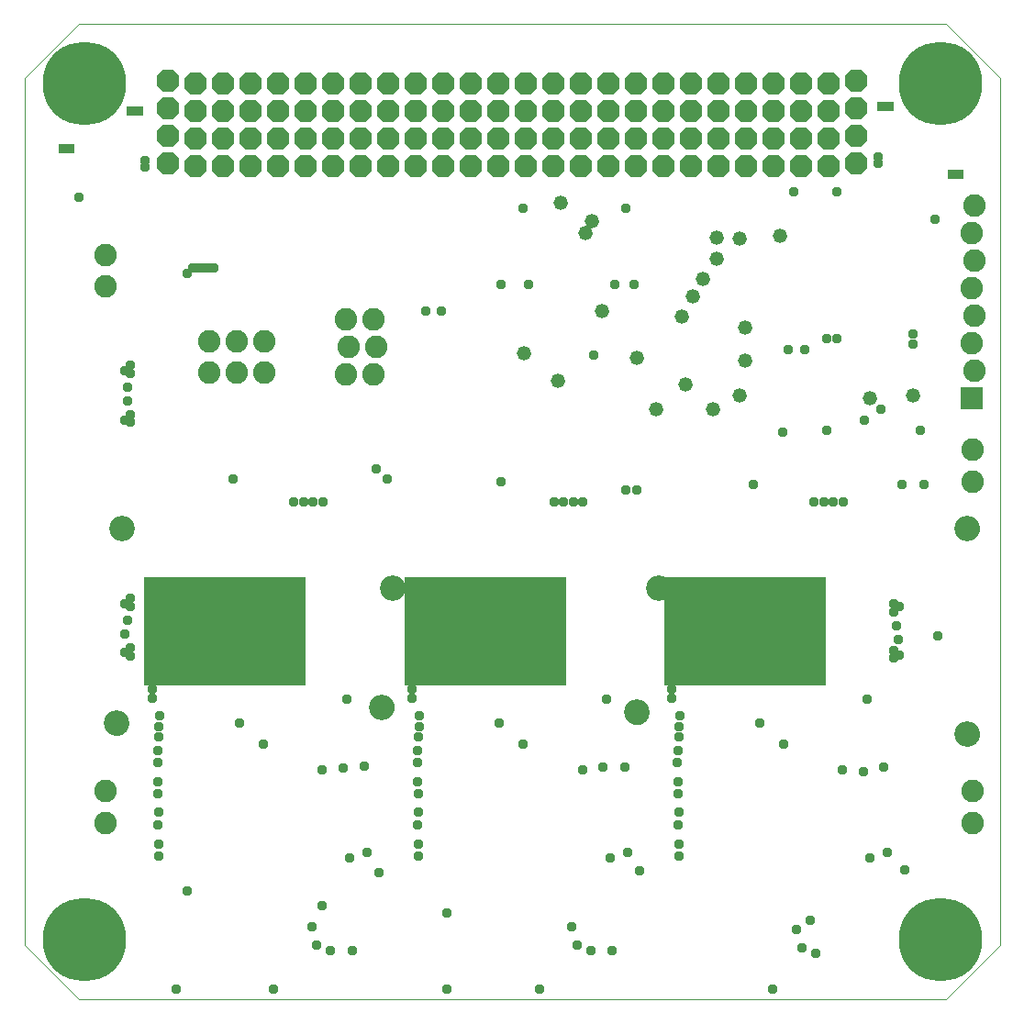
<source format=gbs>
G75*
%MOIN*%
%OFA0B0*%
%FSLAX25Y25*%
%IPPOS*%
%LPD*%
%AMOC8*
5,1,8,0,0,1.08239X$1,22.5*
%
%ADD10R,0.59055X0.39370*%
%ADD11OC8,0.08200*%
%ADD12C,0.00000*%
%ADD13C,0.30328*%
%ADD14C,0.05200*%
%ADD15C,0.09265*%
%ADD16C,0.08200*%
%ADD17R,0.08200X0.08200*%
%ADD18C,0.03778*%
%ADD19R,0.03778X0.03778*%
D10*
X0098457Y0151606D03*
X0192945Y0151606D03*
X0287433Y0151606D03*
D11*
X0287787Y0320425D03*
X0287787Y0330425D03*
X0297787Y0330425D03*
X0297787Y0320425D03*
X0307787Y0320425D03*
X0307787Y0330425D03*
X0317787Y0330425D03*
X0317787Y0320425D03*
X0327787Y0321425D03*
X0327787Y0331425D03*
X0327787Y0341425D03*
X0327787Y0351425D03*
X0317787Y0350425D03*
X0307787Y0350425D03*
X0307787Y0340425D03*
X0317787Y0340425D03*
X0297787Y0340425D03*
X0287787Y0340425D03*
X0287787Y0350425D03*
X0297787Y0350425D03*
X0277787Y0350425D03*
X0267787Y0350425D03*
X0267787Y0340425D03*
X0277787Y0340425D03*
X0277787Y0330425D03*
X0267787Y0330425D03*
X0267787Y0320425D03*
X0277787Y0320425D03*
X0257787Y0320425D03*
X0257787Y0330425D03*
X0247787Y0330425D03*
X0237787Y0330425D03*
X0237787Y0320425D03*
X0247787Y0320425D03*
X0227787Y0320425D03*
X0217787Y0320425D03*
X0217787Y0330425D03*
X0227787Y0330425D03*
X0227787Y0340425D03*
X0217787Y0340425D03*
X0217787Y0350425D03*
X0227787Y0350425D03*
X0237787Y0350425D03*
X0237787Y0340425D03*
X0247787Y0340425D03*
X0247787Y0350425D03*
X0257787Y0350425D03*
X0257787Y0340425D03*
X0207787Y0340425D03*
X0197787Y0340425D03*
X0197787Y0350425D03*
X0207787Y0350425D03*
X0187787Y0350425D03*
X0177787Y0350425D03*
X0177787Y0340425D03*
X0187787Y0340425D03*
X0187787Y0330425D03*
X0177787Y0330425D03*
X0177787Y0320425D03*
X0187787Y0320425D03*
X0197787Y0320425D03*
X0197787Y0330425D03*
X0207787Y0330425D03*
X0207787Y0320425D03*
X0167787Y0320425D03*
X0157787Y0320425D03*
X0157787Y0330425D03*
X0167787Y0330425D03*
X0167787Y0340425D03*
X0157787Y0340425D03*
X0157787Y0350425D03*
X0167787Y0350425D03*
X0147787Y0350425D03*
X0147787Y0340425D03*
X0137787Y0340425D03*
X0127787Y0340425D03*
X0127787Y0350425D03*
X0137787Y0350425D03*
X0117787Y0350425D03*
X0107787Y0350425D03*
X0107787Y0340425D03*
X0117787Y0340425D03*
X0117787Y0330425D03*
X0107787Y0330425D03*
X0107787Y0320425D03*
X0117787Y0320425D03*
X0127787Y0320425D03*
X0127787Y0330425D03*
X0137787Y0330425D03*
X0137787Y0320425D03*
X0147787Y0320425D03*
X0147787Y0330425D03*
X0097787Y0330425D03*
X0087787Y0330425D03*
X0087787Y0320425D03*
X0097787Y0320425D03*
X0097787Y0340425D03*
X0087787Y0340425D03*
X0087787Y0350425D03*
X0097787Y0350425D03*
X0077787Y0351425D03*
X0077787Y0341425D03*
X0077787Y0331425D03*
X0077787Y0321425D03*
D12*
X0025622Y0352394D02*
X0025622Y0037433D01*
X0045307Y0017748D01*
X0360268Y0017748D01*
X0379953Y0037433D01*
X0379953Y0352394D01*
X0360268Y0372079D01*
X0045307Y0372079D01*
X0025622Y0352394D01*
X0056823Y0189008D02*
X0056825Y0189138D01*
X0056831Y0189267D01*
X0056841Y0189397D01*
X0056855Y0189526D01*
X0056873Y0189654D01*
X0056894Y0189782D01*
X0056920Y0189909D01*
X0056950Y0190035D01*
X0056983Y0190161D01*
X0057020Y0190285D01*
X0057061Y0190408D01*
X0057106Y0190530D01*
X0057155Y0190650D01*
X0057207Y0190769D01*
X0057262Y0190886D01*
X0057322Y0191001D01*
X0057385Y0191115D01*
X0057451Y0191226D01*
X0057521Y0191336D01*
X0057594Y0191443D01*
X0057670Y0191548D01*
X0057749Y0191650D01*
X0057832Y0191750D01*
X0057917Y0191848D01*
X0058006Y0191943D01*
X0058097Y0192035D01*
X0058191Y0192124D01*
X0058288Y0192210D01*
X0058388Y0192293D01*
X0058489Y0192374D01*
X0058594Y0192451D01*
X0058700Y0192525D01*
X0058809Y0192595D01*
X0058920Y0192662D01*
X0059033Y0192726D01*
X0059148Y0192786D01*
X0059265Y0192843D01*
X0059383Y0192896D01*
X0059503Y0192945D01*
X0059625Y0192991D01*
X0059747Y0193033D01*
X0059871Y0193071D01*
X0059996Y0193105D01*
X0060122Y0193136D01*
X0060249Y0193163D01*
X0060377Y0193185D01*
X0060505Y0193204D01*
X0060634Y0193219D01*
X0060763Y0193230D01*
X0060893Y0193237D01*
X0061023Y0193240D01*
X0061152Y0193239D01*
X0061282Y0193234D01*
X0061411Y0193225D01*
X0061540Y0193212D01*
X0061669Y0193195D01*
X0061797Y0193174D01*
X0061924Y0193150D01*
X0062051Y0193121D01*
X0062176Y0193089D01*
X0062301Y0193052D01*
X0062424Y0193012D01*
X0062546Y0192969D01*
X0062667Y0192921D01*
X0062786Y0192870D01*
X0062904Y0192815D01*
X0063019Y0192756D01*
X0063133Y0192694D01*
X0063245Y0192629D01*
X0063355Y0192560D01*
X0063463Y0192488D01*
X0063569Y0192413D01*
X0063672Y0192334D01*
X0063773Y0192252D01*
X0063871Y0192167D01*
X0063966Y0192080D01*
X0064059Y0191989D01*
X0064149Y0191896D01*
X0064236Y0191799D01*
X0064320Y0191701D01*
X0064401Y0191599D01*
X0064479Y0191496D01*
X0064553Y0191389D01*
X0064625Y0191281D01*
X0064693Y0191171D01*
X0064757Y0191058D01*
X0064818Y0190944D01*
X0064876Y0190827D01*
X0064930Y0190710D01*
X0064980Y0190590D01*
X0065027Y0190469D01*
X0065070Y0190347D01*
X0065109Y0190223D01*
X0065144Y0190098D01*
X0065176Y0189972D01*
X0065203Y0189846D01*
X0065227Y0189718D01*
X0065247Y0189590D01*
X0065263Y0189461D01*
X0065275Y0189332D01*
X0065283Y0189202D01*
X0065287Y0189073D01*
X0065287Y0188943D01*
X0065283Y0188814D01*
X0065275Y0188684D01*
X0065263Y0188555D01*
X0065247Y0188426D01*
X0065227Y0188298D01*
X0065203Y0188170D01*
X0065176Y0188044D01*
X0065144Y0187918D01*
X0065109Y0187793D01*
X0065070Y0187669D01*
X0065027Y0187547D01*
X0064980Y0187426D01*
X0064930Y0187306D01*
X0064876Y0187189D01*
X0064818Y0187072D01*
X0064757Y0186958D01*
X0064693Y0186845D01*
X0064625Y0186735D01*
X0064553Y0186627D01*
X0064479Y0186520D01*
X0064401Y0186417D01*
X0064320Y0186315D01*
X0064236Y0186217D01*
X0064149Y0186120D01*
X0064059Y0186027D01*
X0063966Y0185936D01*
X0063871Y0185849D01*
X0063773Y0185764D01*
X0063672Y0185682D01*
X0063569Y0185603D01*
X0063463Y0185528D01*
X0063355Y0185456D01*
X0063245Y0185387D01*
X0063133Y0185322D01*
X0063019Y0185260D01*
X0062904Y0185201D01*
X0062786Y0185146D01*
X0062667Y0185095D01*
X0062546Y0185047D01*
X0062424Y0185004D01*
X0062301Y0184964D01*
X0062176Y0184927D01*
X0062051Y0184895D01*
X0061924Y0184866D01*
X0061797Y0184842D01*
X0061669Y0184821D01*
X0061540Y0184804D01*
X0061411Y0184791D01*
X0061282Y0184782D01*
X0061152Y0184777D01*
X0061023Y0184776D01*
X0060893Y0184779D01*
X0060763Y0184786D01*
X0060634Y0184797D01*
X0060505Y0184812D01*
X0060377Y0184831D01*
X0060249Y0184853D01*
X0060122Y0184880D01*
X0059996Y0184911D01*
X0059871Y0184945D01*
X0059747Y0184983D01*
X0059625Y0185025D01*
X0059503Y0185071D01*
X0059383Y0185120D01*
X0059265Y0185173D01*
X0059148Y0185230D01*
X0059033Y0185290D01*
X0058920Y0185354D01*
X0058809Y0185421D01*
X0058700Y0185491D01*
X0058594Y0185565D01*
X0058489Y0185642D01*
X0058388Y0185723D01*
X0058288Y0185806D01*
X0058191Y0185892D01*
X0058097Y0185981D01*
X0058006Y0186073D01*
X0057917Y0186168D01*
X0057832Y0186266D01*
X0057749Y0186366D01*
X0057670Y0186468D01*
X0057594Y0186573D01*
X0057521Y0186680D01*
X0057451Y0186790D01*
X0057385Y0186901D01*
X0057322Y0187015D01*
X0057262Y0187130D01*
X0057207Y0187247D01*
X0057155Y0187366D01*
X0057106Y0187486D01*
X0057061Y0187608D01*
X0057020Y0187731D01*
X0056983Y0187855D01*
X0056950Y0187981D01*
X0056920Y0188107D01*
X0056894Y0188234D01*
X0056873Y0188362D01*
X0056855Y0188490D01*
X0056841Y0188619D01*
X0056831Y0188749D01*
X0056825Y0188878D01*
X0056823Y0189008D01*
X0054855Y0118142D02*
X0054857Y0118272D01*
X0054863Y0118401D01*
X0054873Y0118531D01*
X0054887Y0118660D01*
X0054905Y0118788D01*
X0054926Y0118916D01*
X0054952Y0119043D01*
X0054982Y0119169D01*
X0055015Y0119295D01*
X0055052Y0119419D01*
X0055093Y0119542D01*
X0055138Y0119664D01*
X0055187Y0119784D01*
X0055239Y0119903D01*
X0055294Y0120020D01*
X0055354Y0120135D01*
X0055417Y0120249D01*
X0055483Y0120360D01*
X0055553Y0120470D01*
X0055626Y0120577D01*
X0055702Y0120682D01*
X0055781Y0120784D01*
X0055864Y0120884D01*
X0055949Y0120982D01*
X0056038Y0121077D01*
X0056129Y0121169D01*
X0056223Y0121258D01*
X0056320Y0121344D01*
X0056420Y0121427D01*
X0056521Y0121508D01*
X0056626Y0121585D01*
X0056732Y0121659D01*
X0056841Y0121729D01*
X0056952Y0121796D01*
X0057065Y0121860D01*
X0057180Y0121920D01*
X0057297Y0121977D01*
X0057415Y0122030D01*
X0057535Y0122079D01*
X0057657Y0122125D01*
X0057779Y0122167D01*
X0057903Y0122205D01*
X0058028Y0122239D01*
X0058154Y0122270D01*
X0058281Y0122297D01*
X0058409Y0122319D01*
X0058537Y0122338D01*
X0058666Y0122353D01*
X0058795Y0122364D01*
X0058925Y0122371D01*
X0059055Y0122374D01*
X0059184Y0122373D01*
X0059314Y0122368D01*
X0059443Y0122359D01*
X0059572Y0122346D01*
X0059701Y0122329D01*
X0059829Y0122308D01*
X0059956Y0122284D01*
X0060083Y0122255D01*
X0060208Y0122223D01*
X0060333Y0122186D01*
X0060456Y0122146D01*
X0060578Y0122103D01*
X0060699Y0122055D01*
X0060818Y0122004D01*
X0060936Y0121949D01*
X0061051Y0121890D01*
X0061165Y0121828D01*
X0061277Y0121763D01*
X0061387Y0121694D01*
X0061495Y0121622D01*
X0061601Y0121547D01*
X0061704Y0121468D01*
X0061805Y0121386D01*
X0061903Y0121301D01*
X0061998Y0121214D01*
X0062091Y0121123D01*
X0062181Y0121030D01*
X0062268Y0120933D01*
X0062352Y0120835D01*
X0062433Y0120733D01*
X0062511Y0120630D01*
X0062585Y0120523D01*
X0062657Y0120415D01*
X0062725Y0120305D01*
X0062789Y0120192D01*
X0062850Y0120078D01*
X0062908Y0119961D01*
X0062962Y0119844D01*
X0063012Y0119724D01*
X0063059Y0119603D01*
X0063102Y0119481D01*
X0063141Y0119357D01*
X0063176Y0119232D01*
X0063208Y0119106D01*
X0063235Y0118980D01*
X0063259Y0118852D01*
X0063279Y0118724D01*
X0063295Y0118595D01*
X0063307Y0118466D01*
X0063315Y0118336D01*
X0063319Y0118207D01*
X0063319Y0118077D01*
X0063315Y0117948D01*
X0063307Y0117818D01*
X0063295Y0117689D01*
X0063279Y0117560D01*
X0063259Y0117432D01*
X0063235Y0117304D01*
X0063208Y0117178D01*
X0063176Y0117052D01*
X0063141Y0116927D01*
X0063102Y0116803D01*
X0063059Y0116681D01*
X0063012Y0116560D01*
X0062962Y0116440D01*
X0062908Y0116323D01*
X0062850Y0116206D01*
X0062789Y0116092D01*
X0062725Y0115979D01*
X0062657Y0115869D01*
X0062585Y0115761D01*
X0062511Y0115654D01*
X0062433Y0115551D01*
X0062352Y0115449D01*
X0062268Y0115351D01*
X0062181Y0115254D01*
X0062091Y0115161D01*
X0061998Y0115070D01*
X0061903Y0114983D01*
X0061805Y0114898D01*
X0061704Y0114816D01*
X0061601Y0114737D01*
X0061495Y0114662D01*
X0061387Y0114590D01*
X0061277Y0114521D01*
X0061165Y0114456D01*
X0061051Y0114394D01*
X0060936Y0114335D01*
X0060818Y0114280D01*
X0060699Y0114229D01*
X0060578Y0114181D01*
X0060456Y0114138D01*
X0060333Y0114098D01*
X0060208Y0114061D01*
X0060083Y0114029D01*
X0059956Y0114000D01*
X0059829Y0113976D01*
X0059701Y0113955D01*
X0059572Y0113938D01*
X0059443Y0113925D01*
X0059314Y0113916D01*
X0059184Y0113911D01*
X0059055Y0113910D01*
X0058925Y0113913D01*
X0058795Y0113920D01*
X0058666Y0113931D01*
X0058537Y0113946D01*
X0058409Y0113965D01*
X0058281Y0113987D01*
X0058154Y0114014D01*
X0058028Y0114045D01*
X0057903Y0114079D01*
X0057779Y0114117D01*
X0057657Y0114159D01*
X0057535Y0114205D01*
X0057415Y0114254D01*
X0057297Y0114307D01*
X0057180Y0114364D01*
X0057065Y0114424D01*
X0056952Y0114488D01*
X0056841Y0114555D01*
X0056732Y0114625D01*
X0056626Y0114699D01*
X0056521Y0114776D01*
X0056420Y0114857D01*
X0056320Y0114940D01*
X0056223Y0115026D01*
X0056129Y0115115D01*
X0056038Y0115207D01*
X0055949Y0115302D01*
X0055864Y0115400D01*
X0055781Y0115500D01*
X0055702Y0115602D01*
X0055626Y0115707D01*
X0055553Y0115814D01*
X0055483Y0115924D01*
X0055417Y0116035D01*
X0055354Y0116149D01*
X0055294Y0116264D01*
X0055239Y0116381D01*
X0055187Y0116500D01*
X0055138Y0116620D01*
X0055093Y0116742D01*
X0055052Y0116865D01*
X0055015Y0116989D01*
X0054982Y0117115D01*
X0054952Y0117241D01*
X0054926Y0117368D01*
X0054905Y0117496D01*
X0054887Y0117624D01*
X0054873Y0117753D01*
X0054863Y0117883D01*
X0054857Y0118012D01*
X0054855Y0118142D01*
X0151311Y0124047D02*
X0151313Y0124177D01*
X0151319Y0124306D01*
X0151329Y0124436D01*
X0151343Y0124565D01*
X0151361Y0124693D01*
X0151382Y0124821D01*
X0151408Y0124948D01*
X0151438Y0125074D01*
X0151471Y0125200D01*
X0151508Y0125324D01*
X0151549Y0125447D01*
X0151594Y0125569D01*
X0151643Y0125689D01*
X0151695Y0125808D01*
X0151750Y0125925D01*
X0151810Y0126040D01*
X0151873Y0126154D01*
X0151939Y0126265D01*
X0152009Y0126375D01*
X0152082Y0126482D01*
X0152158Y0126587D01*
X0152237Y0126689D01*
X0152320Y0126789D01*
X0152405Y0126887D01*
X0152494Y0126982D01*
X0152585Y0127074D01*
X0152679Y0127163D01*
X0152776Y0127249D01*
X0152876Y0127332D01*
X0152977Y0127413D01*
X0153082Y0127490D01*
X0153188Y0127564D01*
X0153297Y0127634D01*
X0153408Y0127701D01*
X0153521Y0127765D01*
X0153636Y0127825D01*
X0153753Y0127882D01*
X0153871Y0127935D01*
X0153991Y0127984D01*
X0154113Y0128030D01*
X0154235Y0128072D01*
X0154359Y0128110D01*
X0154484Y0128144D01*
X0154610Y0128175D01*
X0154737Y0128202D01*
X0154865Y0128224D01*
X0154993Y0128243D01*
X0155122Y0128258D01*
X0155251Y0128269D01*
X0155381Y0128276D01*
X0155511Y0128279D01*
X0155640Y0128278D01*
X0155770Y0128273D01*
X0155899Y0128264D01*
X0156028Y0128251D01*
X0156157Y0128234D01*
X0156285Y0128213D01*
X0156412Y0128189D01*
X0156539Y0128160D01*
X0156664Y0128128D01*
X0156789Y0128091D01*
X0156912Y0128051D01*
X0157034Y0128008D01*
X0157155Y0127960D01*
X0157274Y0127909D01*
X0157392Y0127854D01*
X0157507Y0127795D01*
X0157621Y0127733D01*
X0157733Y0127668D01*
X0157843Y0127599D01*
X0157951Y0127527D01*
X0158057Y0127452D01*
X0158160Y0127373D01*
X0158261Y0127291D01*
X0158359Y0127206D01*
X0158454Y0127119D01*
X0158547Y0127028D01*
X0158637Y0126935D01*
X0158724Y0126838D01*
X0158808Y0126740D01*
X0158889Y0126638D01*
X0158967Y0126535D01*
X0159041Y0126428D01*
X0159113Y0126320D01*
X0159181Y0126210D01*
X0159245Y0126097D01*
X0159306Y0125983D01*
X0159364Y0125866D01*
X0159418Y0125749D01*
X0159468Y0125629D01*
X0159515Y0125508D01*
X0159558Y0125386D01*
X0159597Y0125262D01*
X0159632Y0125137D01*
X0159664Y0125011D01*
X0159691Y0124885D01*
X0159715Y0124757D01*
X0159735Y0124629D01*
X0159751Y0124500D01*
X0159763Y0124371D01*
X0159771Y0124241D01*
X0159775Y0124112D01*
X0159775Y0123982D01*
X0159771Y0123853D01*
X0159763Y0123723D01*
X0159751Y0123594D01*
X0159735Y0123465D01*
X0159715Y0123337D01*
X0159691Y0123209D01*
X0159664Y0123083D01*
X0159632Y0122957D01*
X0159597Y0122832D01*
X0159558Y0122708D01*
X0159515Y0122586D01*
X0159468Y0122465D01*
X0159418Y0122345D01*
X0159364Y0122228D01*
X0159306Y0122111D01*
X0159245Y0121997D01*
X0159181Y0121884D01*
X0159113Y0121774D01*
X0159041Y0121666D01*
X0158967Y0121559D01*
X0158889Y0121456D01*
X0158808Y0121354D01*
X0158724Y0121256D01*
X0158637Y0121159D01*
X0158547Y0121066D01*
X0158454Y0120975D01*
X0158359Y0120888D01*
X0158261Y0120803D01*
X0158160Y0120721D01*
X0158057Y0120642D01*
X0157951Y0120567D01*
X0157843Y0120495D01*
X0157733Y0120426D01*
X0157621Y0120361D01*
X0157507Y0120299D01*
X0157392Y0120240D01*
X0157274Y0120185D01*
X0157155Y0120134D01*
X0157034Y0120086D01*
X0156912Y0120043D01*
X0156789Y0120003D01*
X0156664Y0119966D01*
X0156539Y0119934D01*
X0156412Y0119905D01*
X0156285Y0119881D01*
X0156157Y0119860D01*
X0156028Y0119843D01*
X0155899Y0119830D01*
X0155770Y0119821D01*
X0155640Y0119816D01*
X0155511Y0119815D01*
X0155381Y0119818D01*
X0155251Y0119825D01*
X0155122Y0119836D01*
X0154993Y0119851D01*
X0154865Y0119870D01*
X0154737Y0119892D01*
X0154610Y0119919D01*
X0154484Y0119950D01*
X0154359Y0119984D01*
X0154235Y0120022D01*
X0154113Y0120064D01*
X0153991Y0120110D01*
X0153871Y0120159D01*
X0153753Y0120212D01*
X0153636Y0120269D01*
X0153521Y0120329D01*
X0153408Y0120393D01*
X0153297Y0120460D01*
X0153188Y0120530D01*
X0153082Y0120604D01*
X0152977Y0120681D01*
X0152876Y0120762D01*
X0152776Y0120845D01*
X0152679Y0120931D01*
X0152585Y0121020D01*
X0152494Y0121112D01*
X0152405Y0121207D01*
X0152320Y0121305D01*
X0152237Y0121405D01*
X0152158Y0121507D01*
X0152082Y0121612D01*
X0152009Y0121719D01*
X0151939Y0121829D01*
X0151873Y0121940D01*
X0151810Y0122054D01*
X0151750Y0122169D01*
X0151695Y0122286D01*
X0151643Y0122405D01*
X0151594Y0122525D01*
X0151549Y0122647D01*
X0151508Y0122770D01*
X0151471Y0122894D01*
X0151438Y0123020D01*
X0151408Y0123146D01*
X0151382Y0123273D01*
X0151361Y0123401D01*
X0151343Y0123529D01*
X0151329Y0123658D01*
X0151319Y0123788D01*
X0151313Y0123917D01*
X0151311Y0124047D01*
X0155248Y0167354D02*
X0155250Y0167484D01*
X0155256Y0167613D01*
X0155266Y0167743D01*
X0155280Y0167872D01*
X0155298Y0168000D01*
X0155319Y0168128D01*
X0155345Y0168255D01*
X0155375Y0168381D01*
X0155408Y0168507D01*
X0155445Y0168631D01*
X0155486Y0168754D01*
X0155531Y0168876D01*
X0155580Y0168996D01*
X0155632Y0169115D01*
X0155687Y0169232D01*
X0155747Y0169347D01*
X0155810Y0169461D01*
X0155876Y0169572D01*
X0155946Y0169682D01*
X0156019Y0169789D01*
X0156095Y0169894D01*
X0156174Y0169996D01*
X0156257Y0170096D01*
X0156342Y0170194D01*
X0156431Y0170289D01*
X0156522Y0170381D01*
X0156616Y0170470D01*
X0156713Y0170556D01*
X0156813Y0170639D01*
X0156914Y0170720D01*
X0157019Y0170797D01*
X0157125Y0170871D01*
X0157234Y0170941D01*
X0157345Y0171008D01*
X0157458Y0171072D01*
X0157573Y0171132D01*
X0157690Y0171189D01*
X0157808Y0171242D01*
X0157928Y0171291D01*
X0158050Y0171337D01*
X0158172Y0171379D01*
X0158296Y0171417D01*
X0158421Y0171451D01*
X0158547Y0171482D01*
X0158674Y0171509D01*
X0158802Y0171531D01*
X0158930Y0171550D01*
X0159059Y0171565D01*
X0159188Y0171576D01*
X0159318Y0171583D01*
X0159448Y0171586D01*
X0159577Y0171585D01*
X0159707Y0171580D01*
X0159836Y0171571D01*
X0159965Y0171558D01*
X0160094Y0171541D01*
X0160222Y0171520D01*
X0160349Y0171496D01*
X0160476Y0171467D01*
X0160601Y0171435D01*
X0160726Y0171398D01*
X0160849Y0171358D01*
X0160971Y0171315D01*
X0161092Y0171267D01*
X0161211Y0171216D01*
X0161329Y0171161D01*
X0161444Y0171102D01*
X0161558Y0171040D01*
X0161670Y0170975D01*
X0161780Y0170906D01*
X0161888Y0170834D01*
X0161994Y0170759D01*
X0162097Y0170680D01*
X0162198Y0170598D01*
X0162296Y0170513D01*
X0162391Y0170426D01*
X0162484Y0170335D01*
X0162574Y0170242D01*
X0162661Y0170145D01*
X0162745Y0170047D01*
X0162826Y0169945D01*
X0162904Y0169842D01*
X0162978Y0169735D01*
X0163050Y0169627D01*
X0163118Y0169517D01*
X0163182Y0169404D01*
X0163243Y0169290D01*
X0163301Y0169173D01*
X0163355Y0169056D01*
X0163405Y0168936D01*
X0163452Y0168815D01*
X0163495Y0168693D01*
X0163534Y0168569D01*
X0163569Y0168444D01*
X0163601Y0168318D01*
X0163628Y0168192D01*
X0163652Y0168064D01*
X0163672Y0167936D01*
X0163688Y0167807D01*
X0163700Y0167678D01*
X0163708Y0167548D01*
X0163712Y0167419D01*
X0163712Y0167289D01*
X0163708Y0167160D01*
X0163700Y0167030D01*
X0163688Y0166901D01*
X0163672Y0166772D01*
X0163652Y0166644D01*
X0163628Y0166516D01*
X0163601Y0166390D01*
X0163569Y0166264D01*
X0163534Y0166139D01*
X0163495Y0166015D01*
X0163452Y0165893D01*
X0163405Y0165772D01*
X0163355Y0165652D01*
X0163301Y0165535D01*
X0163243Y0165418D01*
X0163182Y0165304D01*
X0163118Y0165191D01*
X0163050Y0165081D01*
X0162978Y0164973D01*
X0162904Y0164866D01*
X0162826Y0164763D01*
X0162745Y0164661D01*
X0162661Y0164563D01*
X0162574Y0164466D01*
X0162484Y0164373D01*
X0162391Y0164282D01*
X0162296Y0164195D01*
X0162198Y0164110D01*
X0162097Y0164028D01*
X0161994Y0163949D01*
X0161888Y0163874D01*
X0161780Y0163802D01*
X0161670Y0163733D01*
X0161558Y0163668D01*
X0161444Y0163606D01*
X0161329Y0163547D01*
X0161211Y0163492D01*
X0161092Y0163441D01*
X0160971Y0163393D01*
X0160849Y0163350D01*
X0160726Y0163310D01*
X0160601Y0163273D01*
X0160476Y0163241D01*
X0160349Y0163212D01*
X0160222Y0163188D01*
X0160094Y0163167D01*
X0159965Y0163150D01*
X0159836Y0163137D01*
X0159707Y0163128D01*
X0159577Y0163123D01*
X0159448Y0163122D01*
X0159318Y0163125D01*
X0159188Y0163132D01*
X0159059Y0163143D01*
X0158930Y0163158D01*
X0158802Y0163177D01*
X0158674Y0163199D01*
X0158547Y0163226D01*
X0158421Y0163257D01*
X0158296Y0163291D01*
X0158172Y0163329D01*
X0158050Y0163371D01*
X0157928Y0163417D01*
X0157808Y0163466D01*
X0157690Y0163519D01*
X0157573Y0163576D01*
X0157458Y0163636D01*
X0157345Y0163700D01*
X0157234Y0163767D01*
X0157125Y0163837D01*
X0157019Y0163911D01*
X0156914Y0163988D01*
X0156813Y0164069D01*
X0156713Y0164152D01*
X0156616Y0164238D01*
X0156522Y0164327D01*
X0156431Y0164419D01*
X0156342Y0164514D01*
X0156257Y0164612D01*
X0156174Y0164712D01*
X0156095Y0164814D01*
X0156019Y0164919D01*
X0155946Y0165026D01*
X0155876Y0165136D01*
X0155810Y0165247D01*
X0155747Y0165361D01*
X0155687Y0165476D01*
X0155632Y0165593D01*
X0155580Y0165712D01*
X0155531Y0165832D01*
X0155486Y0165954D01*
X0155445Y0166077D01*
X0155408Y0166201D01*
X0155375Y0166327D01*
X0155345Y0166453D01*
X0155319Y0166580D01*
X0155298Y0166708D01*
X0155280Y0166836D01*
X0155266Y0166965D01*
X0155256Y0167095D01*
X0155250Y0167224D01*
X0155248Y0167354D01*
X0243831Y0122079D02*
X0243833Y0122209D01*
X0243839Y0122338D01*
X0243849Y0122468D01*
X0243863Y0122597D01*
X0243881Y0122725D01*
X0243902Y0122853D01*
X0243928Y0122980D01*
X0243958Y0123106D01*
X0243991Y0123232D01*
X0244028Y0123356D01*
X0244069Y0123479D01*
X0244114Y0123601D01*
X0244163Y0123721D01*
X0244215Y0123840D01*
X0244270Y0123957D01*
X0244330Y0124072D01*
X0244393Y0124186D01*
X0244459Y0124297D01*
X0244529Y0124407D01*
X0244602Y0124514D01*
X0244678Y0124619D01*
X0244757Y0124721D01*
X0244840Y0124821D01*
X0244925Y0124919D01*
X0245014Y0125014D01*
X0245105Y0125106D01*
X0245199Y0125195D01*
X0245296Y0125281D01*
X0245396Y0125364D01*
X0245497Y0125445D01*
X0245602Y0125522D01*
X0245708Y0125596D01*
X0245817Y0125666D01*
X0245928Y0125733D01*
X0246041Y0125797D01*
X0246156Y0125857D01*
X0246273Y0125914D01*
X0246391Y0125967D01*
X0246511Y0126016D01*
X0246633Y0126062D01*
X0246755Y0126104D01*
X0246879Y0126142D01*
X0247004Y0126176D01*
X0247130Y0126207D01*
X0247257Y0126234D01*
X0247385Y0126256D01*
X0247513Y0126275D01*
X0247642Y0126290D01*
X0247771Y0126301D01*
X0247901Y0126308D01*
X0248031Y0126311D01*
X0248160Y0126310D01*
X0248290Y0126305D01*
X0248419Y0126296D01*
X0248548Y0126283D01*
X0248677Y0126266D01*
X0248805Y0126245D01*
X0248932Y0126221D01*
X0249059Y0126192D01*
X0249184Y0126160D01*
X0249309Y0126123D01*
X0249432Y0126083D01*
X0249554Y0126040D01*
X0249675Y0125992D01*
X0249794Y0125941D01*
X0249912Y0125886D01*
X0250027Y0125827D01*
X0250141Y0125765D01*
X0250253Y0125700D01*
X0250363Y0125631D01*
X0250471Y0125559D01*
X0250577Y0125484D01*
X0250680Y0125405D01*
X0250781Y0125323D01*
X0250879Y0125238D01*
X0250974Y0125151D01*
X0251067Y0125060D01*
X0251157Y0124967D01*
X0251244Y0124870D01*
X0251328Y0124772D01*
X0251409Y0124670D01*
X0251487Y0124567D01*
X0251561Y0124460D01*
X0251633Y0124352D01*
X0251701Y0124242D01*
X0251765Y0124129D01*
X0251826Y0124015D01*
X0251884Y0123898D01*
X0251938Y0123781D01*
X0251988Y0123661D01*
X0252035Y0123540D01*
X0252078Y0123418D01*
X0252117Y0123294D01*
X0252152Y0123169D01*
X0252184Y0123043D01*
X0252211Y0122917D01*
X0252235Y0122789D01*
X0252255Y0122661D01*
X0252271Y0122532D01*
X0252283Y0122403D01*
X0252291Y0122273D01*
X0252295Y0122144D01*
X0252295Y0122014D01*
X0252291Y0121885D01*
X0252283Y0121755D01*
X0252271Y0121626D01*
X0252255Y0121497D01*
X0252235Y0121369D01*
X0252211Y0121241D01*
X0252184Y0121115D01*
X0252152Y0120989D01*
X0252117Y0120864D01*
X0252078Y0120740D01*
X0252035Y0120618D01*
X0251988Y0120497D01*
X0251938Y0120377D01*
X0251884Y0120260D01*
X0251826Y0120143D01*
X0251765Y0120029D01*
X0251701Y0119916D01*
X0251633Y0119806D01*
X0251561Y0119698D01*
X0251487Y0119591D01*
X0251409Y0119488D01*
X0251328Y0119386D01*
X0251244Y0119288D01*
X0251157Y0119191D01*
X0251067Y0119098D01*
X0250974Y0119007D01*
X0250879Y0118920D01*
X0250781Y0118835D01*
X0250680Y0118753D01*
X0250577Y0118674D01*
X0250471Y0118599D01*
X0250363Y0118527D01*
X0250253Y0118458D01*
X0250141Y0118393D01*
X0250027Y0118331D01*
X0249912Y0118272D01*
X0249794Y0118217D01*
X0249675Y0118166D01*
X0249554Y0118118D01*
X0249432Y0118075D01*
X0249309Y0118035D01*
X0249184Y0117998D01*
X0249059Y0117966D01*
X0248932Y0117937D01*
X0248805Y0117913D01*
X0248677Y0117892D01*
X0248548Y0117875D01*
X0248419Y0117862D01*
X0248290Y0117853D01*
X0248160Y0117848D01*
X0248031Y0117847D01*
X0247901Y0117850D01*
X0247771Y0117857D01*
X0247642Y0117868D01*
X0247513Y0117883D01*
X0247385Y0117902D01*
X0247257Y0117924D01*
X0247130Y0117951D01*
X0247004Y0117982D01*
X0246879Y0118016D01*
X0246755Y0118054D01*
X0246633Y0118096D01*
X0246511Y0118142D01*
X0246391Y0118191D01*
X0246273Y0118244D01*
X0246156Y0118301D01*
X0246041Y0118361D01*
X0245928Y0118425D01*
X0245817Y0118492D01*
X0245708Y0118562D01*
X0245602Y0118636D01*
X0245497Y0118713D01*
X0245396Y0118794D01*
X0245296Y0118877D01*
X0245199Y0118963D01*
X0245105Y0119052D01*
X0245014Y0119144D01*
X0244925Y0119239D01*
X0244840Y0119337D01*
X0244757Y0119437D01*
X0244678Y0119539D01*
X0244602Y0119644D01*
X0244529Y0119751D01*
X0244459Y0119861D01*
X0244393Y0119972D01*
X0244330Y0120086D01*
X0244270Y0120201D01*
X0244215Y0120318D01*
X0244163Y0120437D01*
X0244114Y0120557D01*
X0244069Y0120679D01*
X0244028Y0120802D01*
X0243991Y0120926D01*
X0243958Y0121052D01*
X0243928Y0121178D01*
X0243902Y0121305D01*
X0243881Y0121433D01*
X0243863Y0121561D01*
X0243849Y0121690D01*
X0243839Y0121820D01*
X0243833Y0121949D01*
X0243831Y0122079D01*
X0251705Y0167354D02*
X0251707Y0167484D01*
X0251713Y0167613D01*
X0251723Y0167743D01*
X0251737Y0167872D01*
X0251755Y0168000D01*
X0251776Y0168128D01*
X0251802Y0168255D01*
X0251832Y0168381D01*
X0251865Y0168507D01*
X0251902Y0168631D01*
X0251943Y0168754D01*
X0251988Y0168876D01*
X0252037Y0168996D01*
X0252089Y0169115D01*
X0252144Y0169232D01*
X0252204Y0169347D01*
X0252267Y0169461D01*
X0252333Y0169572D01*
X0252403Y0169682D01*
X0252476Y0169789D01*
X0252552Y0169894D01*
X0252631Y0169996D01*
X0252714Y0170096D01*
X0252799Y0170194D01*
X0252888Y0170289D01*
X0252979Y0170381D01*
X0253073Y0170470D01*
X0253170Y0170556D01*
X0253270Y0170639D01*
X0253371Y0170720D01*
X0253476Y0170797D01*
X0253582Y0170871D01*
X0253691Y0170941D01*
X0253802Y0171008D01*
X0253915Y0171072D01*
X0254030Y0171132D01*
X0254147Y0171189D01*
X0254265Y0171242D01*
X0254385Y0171291D01*
X0254507Y0171337D01*
X0254629Y0171379D01*
X0254753Y0171417D01*
X0254878Y0171451D01*
X0255004Y0171482D01*
X0255131Y0171509D01*
X0255259Y0171531D01*
X0255387Y0171550D01*
X0255516Y0171565D01*
X0255645Y0171576D01*
X0255775Y0171583D01*
X0255905Y0171586D01*
X0256034Y0171585D01*
X0256164Y0171580D01*
X0256293Y0171571D01*
X0256422Y0171558D01*
X0256551Y0171541D01*
X0256679Y0171520D01*
X0256806Y0171496D01*
X0256933Y0171467D01*
X0257058Y0171435D01*
X0257183Y0171398D01*
X0257306Y0171358D01*
X0257428Y0171315D01*
X0257549Y0171267D01*
X0257668Y0171216D01*
X0257786Y0171161D01*
X0257901Y0171102D01*
X0258015Y0171040D01*
X0258127Y0170975D01*
X0258237Y0170906D01*
X0258345Y0170834D01*
X0258451Y0170759D01*
X0258554Y0170680D01*
X0258655Y0170598D01*
X0258753Y0170513D01*
X0258848Y0170426D01*
X0258941Y0170335D01*
X0259031Y0170242D01*
X0259118Y0170145D01*
X0259202Y0170047D01*
X0259283Y0169945D01*
X0259361Y0169842D01*
X0259435Y0169735D01*
X0259507Y0169627D01*
X0259575Y0169517D01*
X0259639Y0169404D01*
X0259700Y0169290D01*
X0259758Y0169173D01*
X0259812Y0169056D01*
X0259862Y0168936D01*
X0259909Y0168815D01*
X0259952Y0168693D01*
X0259991Y0168569D01*
X0260026Y0168444D01*
X0260058Y0168318D01*
X0260085Y0168192D01*
X0260109Y0168064D01*
X0260129Y0167936D01*
X0260145Y0167807D01*
X0260157Y0167678D01*
X0260165Y0167548D01*
X0260169Y0167419D01*
X0260169Y0167289D01*
X0260165Y0167160D01*
X0260157Y0167030D01*
X0260145Y0166901D01*
X0260129Y0166772D01*
X0260109Y0166644D01*
X0260085Y0166516D01*
X0260058Y0166390D01*
X0260026Y0166264D01*
X0259991Y0166139D01*
X0259952Y0166015D01*
X0259909Y0165893D01*
X0259862Y0165772D01*
X0259812Y0165652D01*
X0259758Y0165535D01*
X0259700Y0165418D01*
X0259639Y0165304D01*
X0259575Y0165191D01*
X0259507Y0165081D01*
X0259435Y0164973D01*
X0259361Y0164866D01*
X0259283Y0164763D01*
X0259202Y0164661D01*
X0259118Y0164563D01*
X0259031Y0164466D01*
X0258941Y0164373D01*
X0258848Y0164282D01*
X0258753Y0164195D01*
X0258655Y0164110D01*
X0258554Y0164028D01*
X0258451Y0163949D01*
X0258345Y0163874D01*
X0258237Y0163802D01*
X0258127Y0163733D01*
X0258015Y0163668D01*
X0257901Y0163606D01*
X0257786Y0163547D01*
X0257668Y0163492D01*
X0257549Y0163441D01*
X0257428Y0163393D01*
X0257306Y0163350D01*
X0257183Y0163310D01*
X0257058Y0163273D01*
X0256933Y0163241D01*
X0256806Y0163212D01*
X0256679Y0163188D01*
X0256551Y0163167D01*
X0256422Y0163150D01*
X0256293Y0163137D01*
X0256164Y0163128D01*
X0256034Y0163123D01*
X0255905Y0163122D01*
X0255775Y0163125D01*
X0255645Y0163132D01*
X0255516Y0163143D01*
X0255387Y0163158D01*
X0255259Y0163177D01*
X0255131Y0163199D01*
X0255004Y0163226D01*
X0254878Y0163257D01*
X0254753Y0163291D01*
X0254629Y0163329D01*
X0254507Y0163371D01*
X0254385Y0163417D01*
X0254265Y0163466D01*
X0254147Y0163519D01*
X0254030Y0163576D01*
X0253915Y0163636D01*
X0253802Y0163700D01*
X0253691Y0163767D01*
X0253582Y0163837D01*
X0253476Y0163911D01*
X0253371Y0163988D01*
X0253270Y0164069D01*
X0253170Y0164152D01*
X0253073Y0164238D01*
X0252979Y0164327D01*
X0252888Y0164419D01*
X0252799Y0164514D01*
X0252714Y0164612D01*
X0252631Y0164712D01*
X0252552Y0164814D01*
X0252476Y0164919D01*
X0252403Y0165026D01*
X0252333Y0165136D01*
X0252267Y0165247D01*
X0252204Y0165361D01*
X0252144Y0165476D01*
X0252089Y0165593D01*
X0252037Y0165712D01*
X0251988Y0165832D01*
X0251943Y0165954D01*
X0251902Y0166077D01*
X0251865Y0166201D01*
X0251832Y0166327D01*
X0251802Y0166453D01*
X0251776Y0166580D01*
X0251755Y0166708D01*
X0251737Y0166836D01*
X0251723Y0166965D01*
X0251713Y0167095D01*
X0251707Y0167224D01*
X0251705Y0167354D01*
X0363910Y0189008D02*
X0363912Y0189138D01*
X0363918Y0189267D01*
X0363928Y0189397D01*
X0363942Y0189526D01*
X0363960Y0189654D01*
X0363981Y0189782D01*
X0364007Y0189909D01*
X0364037Y0190035D01*
X0364070Y0190161D01*
X0364107Y0190285D01*
X0364148Y0190408D01*
X0364193Y0190530D01*
X0364242Y0190650D01*
X0364294Y0190769D01*
X0364349Y0190886D01*
X0364409Y0191001D01*
X0364472Y0191115D01*
X0364538Y0191226D01*
X0364608Y0191336D01*
X0364681Y0191443D01*
X0364757Y0191548D01*
X0364836Y0191650D01*
X0364919Y0191750D01*
X0365004Y0191848D01*
X0365093Y0191943D01*
X0365184Y0192035D01*
X0365278Y0192124D01*
X0365375Y0192210D01*
X0365475Y0192293D01*
X0365576Y0192374D01*
X0365681Y0192451D01*
X0365787Y0192525D01*
X0365896Y0192595D01*
X0366007Y0192662D01*
X0366120Y0192726D01*
X0366235Y0192786D01*
X0366352Y0192843D01*
X0366470Y0192896D01*
X0366590Y0192945D01*
X0366712Y0192991D01*
X0366834Y0193033D01*
X0366958Y0193071D01*
X0367083Y0193105D01*
X0367209Y0193136D01*
X0367336Y0193163D01*
X0367464Y0193185D01*
X0367592Y0193204D01*
X0367721Y0193219D01*
X0367850Y0193230D01*
X0367980Y0193237D01*
X0368110Y0193240D01*
X0368239Y0193239D01*
X0368369Y0193234D01*
X0368498Y0193225D01*
X0368627Y0193212D01*
X0368756Y0193195D01*
X0368884Y0193174D01*
X0369011Y0193150D01*
X0369138Y0193121D01*
X0369263Y0193089D01*
X0369388Y0193052D01*
X0369511Y0193012D01*
X0369633Y0192969D01*
X0369754Y0192921D01*
X0369873Y0192870D01*
X0369991Y0192815D01*
X0370106Y0192756D01*
X0370220Y0192694D01*
X0370332Y0192629D01*
X0370442Y0192560D01*
X0370550Y0192488D01*
X0370656Y0192413D01*
X0370759Y0192334D01*
X0370860Y0192252D01*
X0370958Y0192167D01*
X0371053Y0192080D01*
X0371146Y0191989D01*
X0371236Y0191896D01*
X0371323Y0191799D01*
X0371407Y0191701D01*
X0371488Y0191599D01*
X0371566Y0191496D01*
X0371640Y0191389D01*
X0371712Y0191281D01*
X0371780Y0191171D01*
X0371844Y0191058D01*
X0371905Y0190944D01*
X0371963Y0190827D01*
X0372017Y0190710D01*
X0372067Y0190590D01*
X0372114Y0190469D01*
X0372157Y0190347D01*
X0372196Y0190223D01*
X0372231Y0190098D01*
X0372263Y0189972D01*
X0372290Y0189846D01*
X0372314Y0189718D01*
X0372334Y0189590D01*
X0372350Y0189461D01*
X0372362Y0189332D01*
X0372370Y0189202D01*
X0372374Y0189073D01*
X0372374Y0188943D01*
X0372370Y0188814D01*
X0372362Y0188684D01*
X0372350Y0188555D01*
X0372334Y0188426D01*
X0372314Y0188298D01*
X0372290Y0188170D01*
X0372263Y0188044D01*
X0372231Y0187918D01*
X0372196Y0187793D01*
X0372157Y0187669D01*
X0372114Y0187547D01*
X0372067Y0187426D01*
X0372017Y0187306D01*
X0371963Y0187189D01*
X0371905Y0187072D01*
X0371844Y0186958D01*
X0371780Y0186845D01*
X0371712Y0186735D01*
X0371640Y0186627D01*
X0371566Y0186520D01*
X0371488Y0186417D01*
X0371407Y0186315D01*
X0371323Y0186217D01*
X0371236Y0186120D01*
X0371146Y0186027D01*
X0371053Y0185936D01*
X0370958Y0185849D01*
X0370860Y0185764D01*
X0370759Y0185682D01*
X0370656Y0185603D01*
X0370550Y0185528D01*
X0370442Y0185456D01*
X0370332Y0185387D01*
X0370220Y0185322D01*
X0370106Y0185260D01*
X0369991Y0185201D01*
X0369873Y0185146D01*
X0369754Y0185095D01*
X0369633Y0185047D01*
X0369511Y0185004D01*
X0369388Y0184964D01*
X0369263Y0184927D01*
X0369138Y0184895D01*
X0369011Y0184866D01*
X0368884Y0184842D01*
X0368756Y0184821D01*
X0368627Y0184804D01*
X0368498Y0184791D01*
X0368369Y0184782D01*
X0368239Y0184777D01*
X0368110Y0184776D01*
X0367980Y0184779D01*
X0367850Y0184786D01*
X0367721Y0184797D01*
X0367592Y0184812D01*
X0367464Y0184831D01*
X0367336Y0184853D01*
X0367209Y0184880D01*
X0367083Y0184911D01*
X0366958Y0184945D01*
X0366834Y0184983D01*
X0366712Y0185025D01*
X0366590Y0185071D01*
X0366470Y0185120D01*
X0366352Y0185173D01*
X0366235Y0185230D01*
X0366120Y0185290D01*
X0366007Y0185354D01*
X0365896Y0185421D01*
X0365787Y0185491D01*
X0365681Y0185565D01*
X0365576Y0185642D01*
X0365475Y0185723D01*
X0365375Y0185806D01*
X0365278Y0185892D01*
X0365184Y0185981D01*
X0365093Y0186073D01*
X0365004Y0186168D01*
X0364919Y0186266D01*
X0364836Y0186366D01*
X0364757Y0186468D01*
X0364681Y0186573D01*
X0364608Y0186680D01*
X0364538Y0186790D01*
X0364472Y0186901D01*
X0364409Y0187015D01*
X0364349Y0187130D01*
X0364294Y0187247D01*
X0364242Y0187366D01*
X0364193Y0187486D01*
X0364148Y0187608D01*
X0364107Y0187731D01*
X0364070Y0187855D01*
X0364037Y0187981D01*
X0364007Y0188107D01*
X0363981Y0188234D01*
X0363960Y0188362D01*
X0363942Y0188490D01*
X0363928Y0188619D01*
X0363918Y0188749D01*
X0363912Y0188878D01*
X0363910Y0189008D01*
X0363910Y0114205D02*
X0363912Y0114335D01*
X0363918Y0114464D01*
X0363928Y0114594D01*
X0363942Y0114723D01*
X0363960Y0114851D01*
X0363981Y0114979D01*
X0364007Y0115106D01*
X0364037Y0115232D01*
X0364070Y0115358D01*
X0364107Y0115482D01*
X0364148Y0115605D01*
X0364193Y0115727D01*
X0364242Y0115847D01*
X0364294Y0115966D01*
X0364349Y0116083D01*
X0364409Y0116198D01*
X0364472Y0116312D01*
X0364538Y0116423D01*
X0364608Y0116533D01*
X0364681Y0116640D01*
X0364757Y0116745D01*
X0364836Y0116847D01*
X0364919Y0116947D01*
X0365004Y0117045D01*
X0365093Y0117140D01*
X0365184Y0117232D01*
X0365278Y0117321D01*
X0365375Y0117407D01*
X0365475Y0117490D01*
X0365576Y0117571D01*
X0365681Y0117648D01*
X0365787Y0117722D01*
X0365896Y0117792D01*
X0366007Y0117859D01*
X0366120Y0117923D01*
X0366235Y0117983D01*
X0366352Y0118040D01*
X0366470Y0118093D01*
X0366590Y0118142D01*
X0366712Y0118188D01*
X0366834Y0118230D01*
X0366958Y0118268D01*
X0367083Y0118302D01*
X0367209Y0118333D01*
X0367336Y0118360D01*
X0367464Y0118382D01*
X0367592Y0118401D01*
X0367721Y0118416D01*
X0367850Y0118427D01*
X0367980Y0118434D01*
X0368110Y0118437D01*
X0368239Y0118436D01*
X0368369Y0118431D01*
X0368498Y0118422D01*
X0368627Y0118409D01*
X0368756Y0118392D01*
X0368884Y0118371D01*
X0369011Y0118347D01*
X0369138Y0118318D01*
X0369263Y0118286D01*
X0369388Y0118249D01*
X0369511Y0118209D01*
X0369633Y0118166D01*
X0369754Y0118118D01*
X0369873Y0118067D01*
X0369991Y0118012D01*
X0370106Y0117953D01*
X0370220Y0117891D01*
X0370332Y0117826D01*
X0370442Y0117757D01*
X0370550Y0117685D01*
X0370656Y0117610D01*
X0370759Y0117531D01*
X0370860Y0117449D01*
X0370958Y0117364D01*
X0371053Y0117277D01*
X0371146Y0117186D01*
X0371236Y0117093D01*
X0371323Y0116996D01*
X0371407Y0116898D01*
X0371488Y0116796D01*
X0371566Y0116693D01*
X0371640Y0116586D01*
X0371712Y0116478D01*
X0371780Y0116368D01*
X0371844Y0116255D01*
X0371905Y0116141D01*
X0371963Y0116024D01*
X0372017Y0115907D01*
X0372067Y0115787D01*
X0372114Y0115666D01*
X0372157Y0115544D01*
X0372196Y0115420D01*
X0372231Y0115295D01*
X0372263Y0115169D01*
X0372290Y0115043D01*
X0372314Y0114915D01*
X0372334Y0114787D01*
X0372350Y0114658D01*
X0372362Y0114529D01*
X0372370Y0114399D01*
X0372374Y0114270D01*
X0372374Y0114140D01*
X0372370Y0114011D01*
X0372362Y0113881D01*
X0372350Y0113752D01*
X0372334Y0113623D01*
X0372314Y0113495D01*
X0372290Y0113367D01*
X0372263Y0113241D01*
X0372231Y0113115D01*
X0372196Y0112990D01*
X0372157Y0112866D01*
X0372114Y0112744D01*
X0372067Y0112623D01*
X0372017Y0112503D01*
X0371963Y0112386D01*
X0371905Y0112269D01*
X0371844Y0112155D01*
X0371780Y0112042D01*
X0371712Y0111932D01*
X0371640Y0111824D01*
X0371566Y0111717D01*
X0371488Y0111614D01*
X0371407Y0111512D01*
X0371323Y0111414D01*
X0371236Y0111317D01*
X0371146Y0111224D01*
X0371053Y0111133D01*
X0370958Y0111046D01*
X0370860Y0110961D01*
X0370759Y0110879D01*
X0370656Y0110800D01*
X0370550Y0110725D01*
X0370442Y0110653D01*
X0370332Y0110584D01*
X0370220Y0110519D01*
X0370106Y0110457D01*
X0369991Y0110398D01*
X0369873Y0110343D01*
X0369754Y0110292D01*
X0369633Y0110244D01*
X0369511Y0110201D01*
X0369388Y0110161D01*
X0369263Y0110124D01*
X0369138Y0110092D01*
X0369011Y0110063D01*
X0368884Y0110039D01*
X0368756Y0110018D01*
X0368627Y0110001D01*
X0368498Y0109988D01*
X0368369Y0109979D01*
X0368239Y0109974D01*
X0368110Y0109973D01*
X0367980Y0109976D01*
X0367850Y0109983D01*
X0367721Y0109994D01*
X0367592Y0110009D01*
X0367464Y0110028D01*
X0367336Y0110050D01*
X0367209Y0110077D01*
X0367083Y0110108D01*
X0366958Y0110142D01*
X0366834Y0110180D01*
X0366712Y0110222D01*
X0366590Y0110268D01*
X0366470Y0110317D01*
X0366352Y0110370D01*
X0366235Y0110427D01*
X0366120Y0110487D01*
X0366007Y0110551D01*
X0365896Y0110618D01*
X0365787Y0110688D01*
X0365681Y0110762D01*
X0365576Y0110839D01*
X0365475Y0110920D01*
X0365375Y0111003D01*
X0365278Y0111089D01*
X0365184Y0111178D01*
X0365093Y0111270D01*
X0365004Y0111365D01*
X0364919Y0111463D01*
X0364836Y0111563D01*
X0364757Y0111665D01*
X0364681Y0111770D01*
X0364608Y0111877D01*
X0364538Y0111987D01*
X0364472Y0112098D01*
X0364409Y0112212D01*
X0364349Y0112327D01*
X0364294Y0112444D01*
X0364242Y0112563D01*
X0364193Y0112683D01*
X0364148Y0112805D01*
X0364107Y0112928D01*
X0364070Y0113052D01*
X0364037Y0113178D01*
X0364007Y0113304D01*
X0363981Y0113431D01*
X0363960Y0113559D01*
X0363942Y0113687D01*
X0363928Y0113816D01*
X0363918Y0113946D01*
X0363912Y0114075D01*
X0363910Y0114205D01*
D13*
X0358299Y0039402D03*
X0047276Y0039402D03*
X0047276Y0350425D03*
X0358299Y0350425D03*
D14*
X0300228Y0295307D03*
X0285465Y0294323D03*
X0276961Y0294530D03*
X0276961Y0287030D03*
X0271946Y0279509D03*
X0268324Y0273261D03*
X0264411Y0265780D03*
X0248063Y0251016D03*
X0235268Y0267748D03*
X0229362Y0296291D03*
X0231823Y0300720D03*
X0220504Y0307118D03*
X0207217Y0252492D03*
X0219520Y0242650D03*
X0254953Y0232315D03*
X0265780Y0241173D03*
X0275622Y0232315D03*
X0285465Y0237236D03*
X0287433Y0250031D03*
X0287433Y0261843D03*
X0332709Y0236252D03*
X0348457Y0237236D03*
D15*
X0368142Y0189008D03*
X0368142Y0114205D03*
X0255937Y0167354D03*
X0248063Y0122079D03*
X0159480Y0167354D03*
X0155543Y0124047D03*
X0059087Y0118142D03*
X0061055Y0189008D03*
D16*
X0092787Y0245394D03*
X0102787Y0245394D03*
X0112787Y0245394D03*
X0112787Y0256794D03*
X0102787Y0256794D03*
X0092787Y0256794D03*
X0055150Y0276891D03*
X0055150Y0288291D03*
X0142287Y0264913D03*
X0152287Y0264913D03*
X0153287Y0254913D03*
X0143287Y0254913D03*
X0142287Y0244913D03*
X0152287Y0244913D03*
X0055150Y0093409D03*
X0055150Y0082009D03*
X0370110Y0082009D03*
X0370110Y0093409D03*
X0370110Y0206024D03*
X0370110Y0217424D03*
X0370610Y0246252D03*
X0369610Y0256252D03*
X0370610Y0266252D03*
X0369610Y0276252D03*
X0370610Y0286252D03*
X0369610Y0296252D03*
X0370610Y0306252D03*
D17*
X0369610Y0236252D03*
D18*
X0351213Y0224441D03*
X0336909Y0232315D03*
X0330740Y0228378D03*
X0316961Y0224441D03*
X0301213Y0224047D03*
X0290386Y0204756D03*
X0312559Y0198465D03*
X0316059Y0198465D03*
X0319559Y0198465D03*
X0323059Y0198465D03*
X0344520Y0204756D03*
X0352394Y0204756D03*
X0341567Y0161449D03*
X0343535Y0160465D03*
X0341567Y0158496D03*
X0342551Y0153575D03*
X0342945Y0148494D03*
X0341567Y0144717D03*
X0343535Y0142748D03*
X0341567Y0141764D03*
X0331724Y0127000D03*
X0337866Y0102059D03*
X0330366Y0100720D03*
X0322866Y0101177D03*
X0301409Y0110594D03*
X0292748Y0118339D03*
X0308555Y0142654D03*
X0312098Y0152575D03*
X0304421Y0152575D03*
X0298831Y0148874D03*
X0296114Y0148520D03*
X0295169Y0146197D03*
X0297728Y0146315D03*
X0295799Y0143008D03*
X0293634Y0149307D03*
X0295445Y0151118D03*
X0293634Y0152929D03*
X0295917Y0154228D03*
X0291665Y0151039D03*
X0289815Y0149268D03*
X0288004Y0151079D03*
X0286311Y0149386D03*
X0284382Y0151079D03*
X0286232Y0152850D03*
X0289815Y0152811D03*
X0282453Y0152969D03*
X0279933Y0153835D03*
X0277374Y0154465D03*
X0280563Y0151000D03*
X0282413Y0149307D03*
X0279894Y0148205D03*
X0277610Y0146315D03*
X0271705Y0149268D03*
X0262650Y0139780D03*
X0262531Y0136472D03*
X0260917Y0130646D03*
X0260917Y0127220D03*
X0263634Y0120921D03*
X0263516Y0116906D03*
X0263398Y0113244D03*
X0263043Y0108283D03*
X0262925Y0103795D03*
X0263043Y0096827D03*
X0263161Y0092457D03*
X0263280Y0085724D03*
X0263043Y0081354D03*
X0263280Y0074386D03*
X0263280Y0069780D03*
X0249047Y0064402D03*
X0244660Y0071338D03*
X0238378Y0069177D03*
X0224441Y0044323D03*
X0226409Y0037433D03*
X0231331Y0035465D03*
X0239205Y0035465D03*
X0212630Y0021685D03*
X0179165Y0021685D03*
X0179165Y0049244D03*
X0168791Y0069780D03*
X0168791Y0074386D03*
X0168555Y0081354D03*
X0168791Y0085724D03*
X0168673Y0092457D03*
X0168555Y0096827D03*
X0168437Y0103795D03*
X0168555Y0108283D03*
X0168909Y0113244D03*
X0169028Y0116906D03*
X0169146Y0120921D03*
X0166429Y0127220D03*
X0166429Y0130646D03*
X0168043Y0136472D03*
X0168161Y0139780D03*
X0177217Y0149268D03*
X0183083Y0146394D03*
X0185366Y0148283D03*
X0187886Y0149386D03*
X0186035Y0151079D03*
X0187925Y0153047D03*
X0185406Y0153913D03*
X0182846Y0154543D03*
X0189854Y0151157D03*
X0191705Y0152929D03*
X0193476Y0151157D03*
X0191783Y0149465D03*
X0195287Y0149346D03*
X0197138Y0151118D03*
X0195287Y0152890D03*
X0199106Y0153008D03*
X0200917Y0151197D03*
X0199106Y0149386D03*
X0201587Y0148598D03*
X0200642Y0146276D03*
X0203201Y0146394D03*
X0204303Y0148953D03*
X0201390Y0154307D03*
X0209933Y0152575D03*
X0217610Y0152575D03*
X0214067Y0142654D03*
X0201311Y0143008D03*
X0198260Y0118339D03*
X0206921Y0110594D03*
X0228378Y0101177D03*
X0235878Y0102059D03*
X0243772Y0102059D03*
X0237236Y0127000D03*
X0228571Y0198465D03*
X0225071Y0198465D03*
X0221571Y0198465D03*
X0218071Y0198465D03*
X0198850Y0205740D03*
X0157512Y0206724D03*
X0153575Y0210661D03*
X0134083Y0198465D03*
X0130583Y0198465D03*
X0127083Y0198465D03*
X0123583Y0198465D03*
X0101409Y0206724D03*
X0064008Y0227394D03*
X0062039Y0228378D03*
X0064008Y0230346D03*
X0063024Y0235268D03*
X0063024Y0240189D03*
X0064008Y0245110D03*
X0062039Y0246094D03*
X0064008Y0248063D03*
X0084677Y0281528D03*
X0086646Y0283496D03*
X0088614Y0283496D03*
X0090583Y0283496D03*
X0092551Y0283496D03*
X0094520Y0283496D03*
X0069343Y0320120D03*
X0069343Y0322620D03*
X0045307Y0309087D03*
X0171291Y0267748D03*
X0177197Y0267748D03*
X0198850Y0277591D03*
X0208693Y0277591D03*
X0232433Y0252039D03*
X0240189Y0277591D03*
X0247091Y0277591D03*
X0244008Y0305268D03*
X0206724Y0305150D03*
X0303181Y0253969D03*
X0309087Y0253969D03*
X0316961Y0257906D03*
X0320898Y0257906D03*
X0348457Y0259715D03*
X0348457Y0255937D03*
X0356331Y0301213D03*
X0335602Y0321478D03*
X0335602Y0323978D03*
X0320898Y0311055D03*
X0305150Y0311055D03*
X0248063Y0202787D03*
X0244126Y0202787D03*
X0142748Y0127000D03*
X0141390Y0101902D03*
X0133890Y0101177D03*
X0149244Y0102394D03*
X0150172Y0071259D03*
X0143890Y0069177D03*
X0154559Y0064008D03*
X0133890Y0051933D03*
X0129953Y0044323D03*
X0131921Y0037433D03*
X0136843Y0035465D03*
X0144717Y0035465D03*
X0116173Y0021685D03*
X0080740Y0021685D03*
X0084677Y0057118D03*
X0074303Y0069780D03*
X0074303Y0074386D03*
X0074067Y0081354D03*
X0074303Y0085724D03*
X0074185Y0092457D03*
X0074067Y0096827D03*
X0073949Y0103795D03*
X0074067Y0108283D03*
X0074421Y0113244D03*
X0074539Y0116906D03*
X0074657Y0120921D03*
X0071941Y0127220D03*
X0071941Y0130646D03*
X0073555Y0136472D03*
X0073673Y0139780D03*
X0064067Y0142457D03*
X0062039Y0143732D03*
X0064067Y0145409D03*
X0062039Y0150622D03*
X0063024Y0155543D03*
X0064008Y0160465D03*
X0062039Y0161449D03*
X0064008Y0163417D03*
X0082728Y0149268D03*
X0088594Y0146315D03*
X0090878Y0148205D03*
X0093398Y0149307D03*
X0091547Y0151000D03*
X0093437Y0152969D03*
X0090917Y0153835D03*
X0088358Y0154465D03*
X0095366Y0151079D03*
X0097217Y0152850D03*
X0098988Y0151079D03*
X0097295Y0149386D03*
X0100799Y0149268D03*
X0102650Y0151039D03*
X0100799Y0152811D03*
X0104618Y0152929D03*
X0106429Y0151118D03*
X0104618Y0149307D03*
X0107098Y0148520D03*
X0106154Y0146197D03*
X0108713Y0146315D03*
X0109815Y0148874D03*
X0106902Y0154228D03*
X0115445Y0152575D03*
X0123122Y0152575D03*
X0119579Y0142654D03*
X0106823Y0143008D03*
X0103772Y0118339D03*
X0112433Y0110594D03*
X0297276Y0021685D03*
X0308102Y0036449D03*
X0313024Y0034480D03*
X0306134Y0043339D03*
X0311055Y0046488D03*
X0332866Y0069177D03*
X0339148Y0071220D03*
X0345504Y0064992D03*
X0357512Y0150031D03*
D19*
X0362711Y0317585D03*
X0365211Y0317585D03*
X0339711Y0342335D03*
X0337211Y0342335D03*
X0066951Y0340477D03*
X0064451Y0340477D03*
X0042201Y0326727D03*
X0039701Y0326727D03*
M02*

</source>
